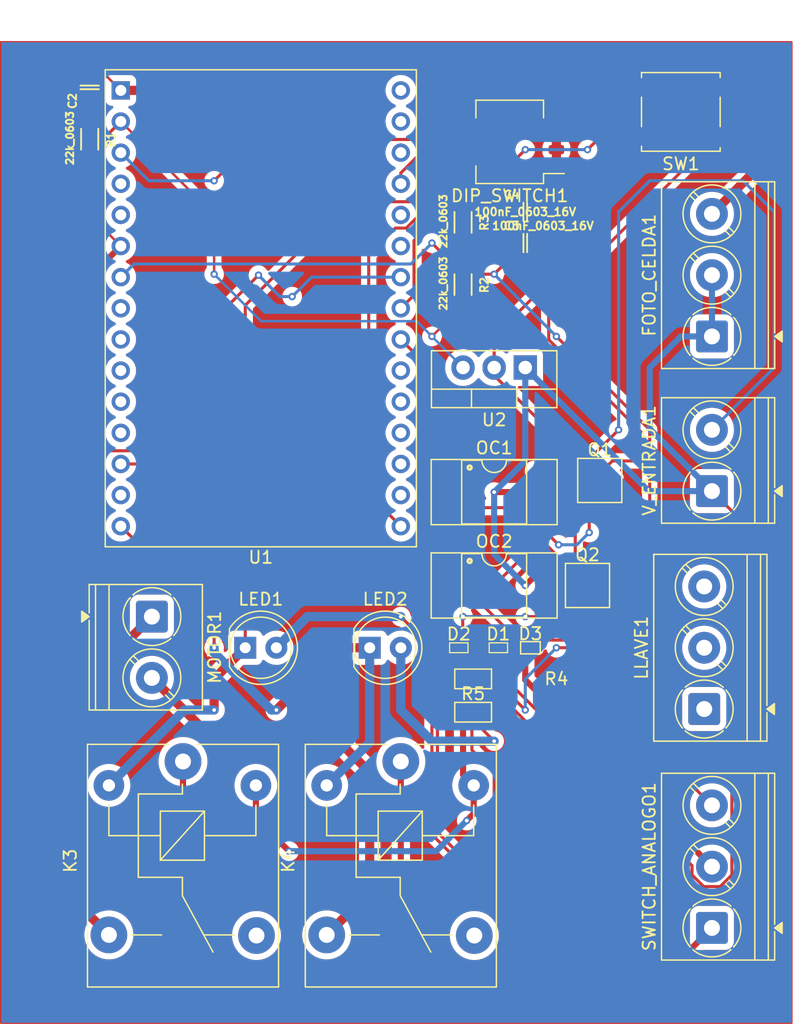
<source format=kicad_pcb>
(kicad_pcb (version 20241229) (generator "pcbnew") (generator_version "9.0")
  (layers (0 "F.Cu" signal) (2 "B.Cu" signal) (13 "F.Paste" user) (15 "B.Paste" user) (5 "F.SilkS" user "F.Silkscreen") (7 "B.SilkS" user "B.Silkscreen") (1 "F.Mask" user) (3 "B.Mask" user) (25 "Edge.Cuts" user))
  (net 0 "")
  (net 1 "GND")
  (net 2 "/BOARD/LSC")
  (net 3 "/BOARD/LSA")
  (net 4 "/BOARD/MICRO/RESET")
  (net 5 "/BOARD/12V")
  (net 6 "Net-(D1-A)")
  (net 7 "Net-(D2-A)")
  (net 8 "/BOARD/SW3")
  (net 9 "/BOARD/SW1")
  (net 10 "/BOARD/SW2")
  (net 11 "/BOARD/SW4")
  (net 12 "LINE")
  (net 14 "/BOARD/MOTOR_DERECHA")
  (net 15 "/BOARD/MOTOR_IZQUIERDA")
  (net 17 "Net-(LED1-A)")
  (net 18 "Net-(LED2-A)")
  (net 22 "/BOARD/MICRO/MOTOR_DERECHA")
  (net 23 "Net-(Q1-B)")
  (net 24 "/BOARD/MICRO/MOTOR_IZQUIERDA")
  (net 25 "Net-(Q2-B)")
  (net 26 "/BOARD/LS/5V")
  (net 27 "VDD")
  (footprint "TerminalBlock_Phoenix:TerminalBlock_Phoenix_PT-1,5-3-5.0-H_1x03_P5.00mm_Horizontal" (layer "F.Cu") (at 160.02 63.5 90)
    (property "Reference" "FOTO_CELDA1" (at 5 -5.12 90) (layer "F.SilkS"))
    (property "Value" "Screw_Terminal_01x03")
    (pad "1" thru_hole roundrect (at 0 0 90) (size 2.6 2.6) (drill 1.3) (layers "*.Cu" "*.Mask") (roundrect_rratio 0.096154) (net 5 "/BOARD/12V"))
    (pad "2" thru_hole circle (at 5 0 90) (size 2.6 2.6) (drill 1.3) (layers "*.Cu" "*.Mask") (net 5 "/BOARD/12V"))
    (pad "3" thru_hole circle (at 10 0 90) (size 2.6 2.6) (drill 1.3) (layers "*.Cu" "*.Mask") (net 1 "GND"))
  )
  (footprint "Relay_THT:Relay_SPDT_SANYOU_SRD_Series_Form_C" (layer "F.Cu") (at 116.84 98.18 -90)
    (property "Reference" "K3" (at 8.1 9.2 90) (layer "F.SilkS"))
    (property "Value" "SANYOU_SRD_Form_C")
    (pad "1" thru_hole circle (at 0 0) (size 3 3) (drill 1.3) (layers "*.Cu" "*.Mask") (net 12 "LINE"))
    (pad "2" thru_hole circle (at 1.95 6.05) (size 2.5 2.5) (drill 1) (layers "*.Cu" "*.Mask") (net 6 "Net-(D1-A)"))
    (pad "3" thru_hole circle (at 14.15 6.05) (size 3 3) (drill 1.3) (layers "*.Cu" "*.Mask") (net 14 "/BOARD/MOTOR_DERECHA"))
    (pad "4" thru_hole circle (at 14.2 -6) (size 3 3) (drill 1.3) (layers "*.Cu" "*.Mask"))
    (pad "5" thru_hole circle (at 1.95 -5.95) (size 2.5 2.5) (drill 1) (layers "*.Cu" "*.Mask") (net 5 "/BOARD/12V"))
  )
  (footprint "LED_THT:LED_D5.0mm" (layer "F.Cu") (at 132.08 88.9)
    (property "Reference" "LED2" (at 1.27 -3.96 0) (layer "F.SilkS"))
    (property "Value" "LED_0603_Red")
    (pad "1" thru_hole rect (at 0 0) (size 1.8 1.8) (drill 0.9) (layers "*.Cu" "*.Mask") (net 7 "Net-(D2-A)"))
    (pad "2" thru_hole circle (at 2.54 0) (size 1.8 1.8) (drill 0.9) (layers "*.Cu" "*.Mask") (net 18 "Net-(LED2-A)"))
  )
  (footprint "Button_Switch_SMD:SW_DIP_SPSTx04_Slide_KingTek_DSHP04TS_W7.62mm_P1.27mm" (layer "F.Cu") (at 143.51 47.625 180)
    (property "Reference" "DIP_SWITCH1" (at 0 -4.4 0) (layer "F.SilkS"))
    (property "Value" "SW_DIP_x04")
    (pad "1" smd roundrect (at -3.81 -1.905 180) (size 1.27 0.76) (layers "F.Cu" "F.Mask" "F.Paste") (net 1 "GND"))
    (pad "2" smd roundrect (at -3.81 -0.635 180) (size 1.27 0.76) (layers "F.Cu" "F.Mask" "F.Paste") (net 1 "GND"))
    (pad "3" smd roundrect (at -3.81 0.635 180) (size 1.27 0.76) (layers "F.Cu" "F.Mask" "F.Paste") (net 1 "GND"))
    (pad "4" smd roundrect (at -3.81 1.905 180) (size 1.27 0.76) (layers "F.Cu" "F.Mask" "F.Paste") (net 1 "GND"))
    (pad "5" smd roundrect (at 3.81 1.905 180) (size 1.27 0.76) (layers "F.Cu" "F.Mask" "F.Paste") (net 11 "/BOARD/SW4"))
    (pad "6" smd roundrect (at 3.81 0.635 180) (size 1.27 0.76) (layers "F.Cu" "F.Mask" "F.Paste") (net 8 "/BOARD/SW3"))
    (pad "7" smd roundrect (at 3.81 -0.635 180) (size 1.27 0.76) (layers "F.Cu" "F.Mask" "F.Paste") (net 10 "/BOARD/SW2"))
    (pad "8" smd roundrect (at 3.81 -1.905 180) (size 1.27 0.76) (layers "F.Cu" "F.Mask" "F.Paste") (net 9 "/BOARD/SW1"))
  )
  (footprint "LED_THT:LED_D5.0mm" (layer "F.Cu") (at 121.92 88.9)
    (property "Reference" "LED1" (at 1.27 -3.96 0) (layer "F.SilkS"))
    (property "Value" "LED_0603_Red")
    (pad "1" thru_hole rect (at 0 0) (size 1.8 1.8) (drill 0.9) (layers "*.Cu" "*.Mask") (net 6 "Net-(D1-A)"))
    (pad "2" thru_hole circle (at 2.54 0) (size 1.8 1.8) (drill 0.9) (layers "*.Cu" "*.Mask") (net 17 "Net-(LED1-A)"))
  )
  (footprint "TerminalBlock_Phoenix:TerminalBlock_Phoenix_PT-1,5-3-5.0-H_1x03_P5.00mm_Horizontal" (layer "F.Cu") (at 160.02 111.76 90)
    (property "Reference" "SWITCH_ANALOGO1" (at 5 -5.12 90) (layer "F.SilkS"))
    (property "Value" "Screw_Terminal_01x03")
    (pad "1" thru_hole roundrect (at 0 0 90) (size 2.6 2.6) (drill 1.3) (layers "*.Cu" "*.Mask") (roundrect_rratio 0.096154) (net 2 "/BOARD/LSC"))
    (pad "2" thru_hole circle (at 5 0 90) (size 2.6 2.6) (drill 1.3) (layers "*.Cu" "*.Mask") (net 1 "GND"))
    (pad "3" thru_hole circle (at 10 0 90) (size 2.6 2.6) (drill 1.3) (layers "*.Cu" "*.Mask") (net 3 "/BOARD/LSA"))
  )
  (footprint "PCM_Diode_SMD_AKL:D_0201_0603Metric_TVS" (layer "F.Cu") (at 139.355 88.9)
    (property "Reference" "D2" (at 0 -1.1176 0) (layer "F.SilkS"))
    (property "Value" "1N914BWS" (hide yes))
    (pad "1" smd roundrect (at -0.32 0) (size 0.46 0.4) (layers "F.Cu" "F.Mask") (net 5 "/BOARD/12V"))
    (pad "2" smd roundrect (at 0.32 0) (size 0.46 0.4) (layers "F.Cu" "F.Mask") (net 7 "Net-(D2-A)"))
  )
  (footprint "PCM_Diode_SMD_AKL:D_SOD-923_TVS" (layer "F.Cu") (at 145.2 88.9)
    (property "Reference" "D3" (at 0 -1.143 0) (layer "F.SilkS"))
    (property "Value" "ESD9B3.3" (hide yes))
    (pad "1" smd roundrect (at -0.42 0 180) (size 0.36 0.25) (layers "F.Cu" "F.Mask" "F.Paste") (net 1 "GND"))
    (pad "2" smd roundrect (at 0.42 0 180) (size 0.36 0.25) (layers "F.Cu" "F.Mask" "F.Paste") (net 4 "/BOARD/MICRO/RESET"))
  )
  (footprint "TerminalBlock_Phoenix:TerminalBlock_Phoenix_PT-1,5-3-5.0-H_1x03_P5.00mm_Horizontal" (layer "F.Cu") (at 159.3875 93.9 90)
    (property "Reference" "LLAVE1" (at 5 -5.12 90) (layer "F.SilkS"))
    (property "Value" "Screw_Terminal_01x03")
    (pad "1" thru_hole roundrect (at 0 0 90) (size 2.6 2.6) (drill 1.3) (layers "*.Cu" "*.Mask") (roundrect_rratio 0.096154))
    (pad "2" thru_hole circle (at 5 0 90) (size 2.6 2.6) (drill 1.3) (layers "*.Cu" "*.Mask"))
    (pad "3" thru_hole circle (at 10 0 90) (size 2.6 2.6) (drill 1.3) (layers "*.Cu" "*.Mask"))
  )
  (footprint "PCM_Resistor_SMD_AKL:R_0603_1608Metric" (layer "F.Cu") (at 140.525 94.16)
    (property "Reference" "R5" (at 0 -1.5 0) (layer "F.SilkS"))
    (property "Value" "2k" (hide yes))
    (pad "1" smd roundrect (at -0.825 0) (size 0.8 0.95) (layers "F.Cu" "F.Mask" "F.Paste") (net 5 "/BOARD/12V"))
    (pad "2" smd roundrect (at 0.825 0) (size 0.8 0.95) (layers "F.Cu" "F.Mask" "F.Paste") (net 18 "Net-(LED2-A)"))
  )
  (footprint "PCM_Package_TO_SOT_THT_AKL:TO-220-3_Vertical" (layer "F.Cu") (at 144.78 66.04 180)
    (property "Reference" "U2" (at 2.54 -4.27 0) (layer "F.SilkS"))
    (property "Value" "LM7805CT" (hide yes))
    (pad "1" thru_hole rect (at 0 0 180) (size 1.905 2) (drill 1.1) (layers "*.Cu" "*.Mask") (net 5 "/BOARD/12V"))
    (pad "2" thru_hole oval (at 2.54 0 180) (size 1.905 2) (drill 1.1) (layers "*.Cu" "*.Mask") (net 1 "GND"))
    (pad "3" thru_hole oval (at 5.08 0 180) (size 1.905 2) (drill 1.1) (layers "*.Cu" "*.Mask") (net 26 "/BOARD/LS/5V"))
  )
  (footprint "Relay_THT:Relay_SPDT_SANYOU_SRD_Series_Form_C" (layer "F.Cu") (at 134.62 98.18 -90)
    (property "Reference" "K4" (at 8.1 9.2 90) (layer "F.SilkS"))
    (property "Value" "SANYOU_SRD_Form_C")
    (pad "1" thru_hole circle (at 0 0) (size 3 3) (drill 1.3) (layers "*.Cu" "*.Mask") (net 12 "LINE"))
    (pad "2" thru_hole circle (at 1.95 6.05) (size 2.5 2.5) (drill 1) (layers "*.Cu" "*.Mask") (net 7 "Net-(D2-A)"))
    (pad "3" thru_hole circle (at 14.15 6.05) (size 3 3) (drill 1.3) (layers "*.Cu" "*.Mask") (net 15 "/BOARD/MOTOR_IZQUIERDA"))
    (pad "4" thru_hole circle (at 14.2 -6) (size 3 3) (drill 1.3) (layers "*.Cu" "*.Mask"))
    (pad "5" thru_hole circle (at 1.95 -5.95) (size 2.5 2.5) (drill 1) (layers "*.Cu" "*.Mask") (net 5 "/BOARD/12V"))
  )
  (footprint "PCM_4ms_Capacitor:C_0603" (layer "F.Cu") (at 144.78 53.34)
    (property "Reference" "C4" (at -1.11 -1.4 0) (layer "F.SilkS") (effects (font (size 0.65 0.65))))
    (property "Value" "100nF_0603_16V" (at 0 0 0) (layer "F.SilkS") (effects (font (size 0.65 0.65))))
    (pad "1" smd rect (at -0.85 0) (size 1 1) (layers "F.Cu" "F.Mask" "F.Paste") (net 4 "/BOARD/MICRO/RESET"))
    (pad "2" smd rect (at 0.85 0) (size 1 1) (layers "F.Cu" "F.Mask" "F.Paste") (net 1 "GND"))
  )
  (footprint "PCM_Package_DIP_AKL:DIP-4_W7.62mm_SMDSocket_SmallPads" (layer "F.Cu") (at 142.24 83.82)
    (property "Reference" "OC2" (at 0 -3.6 0) (layer "F.SilkS"))
    (property "Value" "PC817" (hide yes))
    (pad "1" smd roundrect (at -3.81 -1.27) (size 1.6 1.6) (layers "F.Cu" "F.Mask" "F.Paste") (roundrect_rratio 0.15625) (net 24 "/BOARD/MICRO/MOTOR_IZQUIERDA"))
    (pad "2" smd roundrect (at -3.81 1.27) (size 1.6 1.6) (layers "F.Cu" "F.Mask" "F.Paste") (roundrect_rratio 0.15625) (net 1 "GND"))
    (pad "3" smd roundrect (at 3.81 1.27) (size 1.6 1.6) (layers "F.Cu" "F.Mask" "F.Paste") (roundrect_rratio 0.15625) (net 25 "Net-(Q2-B)"))
    (pad "4" smd roundrect (at 3.81 -1.27) (size 1.6 1.6) (layers "F.Cu" "F.Mask" "F.Paste") (roundrect_rratio 0.15625) (net 5 "/BOARD/12V"))
  )
  (footprint "PCM_Resistor_SMD_AKL:R_0603_1608Metric" (layer "F.Cu") (at 140.525 91.44)
    (property "Reference" "R4" (at 6.795 0 0) (layer "F.SilkS"))
    (property "Value" "2k" (hide yes))
    (pad "1" smd roundrect (at -0.825 0) (size 0.8 0.95) (layers "F.Cu" "F.Mask" "F.Paste") (net 5 "/BOARD/12V"))
    (pad "2" smd roundrect (at 0.825 0) (size 0.8 0.95) (layers "F.Cu" "F.Mask" "F.Paste") (net 17 "Net-(LED1-A)"))
  )
  (footprint "PCM_Package_TO_SOT_SMD_AKL:SOT-23" (layer "F.Cu") (at 150.86 75.25)
    (property "Reference" "Q1" (at 0 -2.5 0) (layer "F.SilkS"))
    (property "Value" "2N2219" (hide yes))
    (pad "1" smd roundrect (at -1 -0.95) (size 0.9 0.8) (layers "F.Cu" "F.Mask" "F.Paste") (net 1 "GND"))
    (pad "2" smd roundrect (at -1 0.95) (size 0.9 0.8) (layers "F.Cu" "F.Mask" "F.Paste") (net 23 "Net-(Q1-B)"))
    (pad "3" smd roundrect (at 1 0) (size 0.9 0.8) (layers "F.Cu" "F.Mask" "F.Paste") (net 6 "Net-(D1-A)"))
  )
  (footprint "TerminalBlock_Phoenix:TerminalBlock_Phoenix_PT-1,5-2-5.0-H_1x02_P5.00mm_Horizontal" (layer "F.Cu") (at 114.3 86.36 -90)
    (property "Reference" "MOTOR1" (at 2.5 -5.12 90) (layer "F.SilkS"))
    (property "Value" "-")
    (pad "1" thru_hole roundrect (at 0 0 270) (size 2.6 2.6) (drill 1.3) (layers "*.Cu" "*.Mask") (roundrect_rratio 0.096154) (net 14 "/BOARD/MOTOR_DERECHA"))
    (pad "2" thru_hole circle (at 5 0 270) (size 2.6 2.6) (drill 1.3) (layers "*.Cu" "*.Mask") (net 15 "/BOARD/MOTOR_IZQUIERDA"))
  )
  (footprint "PCM_Package_DIP_AKL:DIP-4_W7.62mm_SMDSocket_SmallPads" (layer "F.Cu") (at 142.24 76.2)
    (property "Reference" "OC1" (at 0 -3.6 0) (layer "F.SilkS"))
    (property "Value" "PC817" (hide yes))
    (pad "1" smd roundrect (at -3.81 -1.27) (size 1.6 1.6) (layers "F.Cu" "F.Mask" "F.Paste") (roundrect_rratio 0.15625) (net 22 "/BOARD/MICRO/MOTOR_DERECHA"))
    (pad "2" smd roundrect (at -3.81 1.27) (size 1.6 1.6) (layers "F.Cu" "F.Mask" "F.Paste") (roundrect_rratio 0.15625) (net 1 "GND"))
    (pad "3" smd roundrect (at 3.81 1.27) (size 1.6 1.6) (layers "F.Cu" "F.Mask" "F.Paste") (roundrect_rratio 0.15625) (net 23 "Net-(Q1-B)"))
    (pad "4" smd roundrect (at 3.81 -1.27) (size 1.6 1.6) (layers "F.Cu" "F.Mask" "F.Paste") (roundrect_rratio 0.15625) (net 5 "/BOARD/12V"))
  )
  (footprint "PCM_4ms_Resistor:R_0603" (layer "F.Cu") (at 139.7 54.19 90)
    (property "Reference" "R3" (at -0.04 1.74 90) (layer "F.SilkS") (effects (font (size 0.65 0.65))))
    (property "Value" "22k_0603" (at 0.09 -1.61 90) (layer "F.SilkS") (effects (font (size 0.6 0.6))))
    (pad "1" smd rect (at -0.85 0 90) (size 1 1) (layers "F.Cu" "F.Mask" "F.Paste") (net 27 "VDD"))
    (pad "2" smd rect (at 0.85 0 90) (size 1 1) (layers "F.Cu" "F.Mask" "F.Paste") (net 4 "/BOARD/MICRO/RESET"))
  )
  (footprint "PCM_Diode_SMD_AKL:D_0201_0603Metric_TVS" (layer "F.Cu") (at 142.585 88.9)
    (property "Reference" "D1" (at 0 -1.1176 0) (layer "F.SilkS"))
    (property "Value" "1N914BWS" (hide yes))
    (pad "1" smd roundrect (at -0.32 0) (size 0.46 0.4) (layers "F.Cu" "F.Mask") (net 5 "/BOARD/12V"))
    (pad "2" smd roundrect (at 0.32 0) (size 0.46 0.4) (layers "F.Cu" "F.Mask") (net 6 "Net-(D1-A)"))
  )
  (footprint "PCM_4ms_Capacitor:C_0603" (layer "F.Cu") (at 109.22 43.18 90)
    (property "Reference" "C2" (at -1.11 -1.4 90) (layer "F.SilkS") (effects (font (size 0.65 0.65))))
    (property "Value" "100nF_0603_16V" (hide yes))
    (pad "1" smd rect (at -0.85 0 90) (size 1 1) (layers "F.Cu" "F.Mask" "F.Paste") (net 2 "/BOARD/LSC"))
    (pad "2" smd rect (at 0.85 0 90) (size 1 1) (layers "F.Cu" "F.Mask" "F.Paste") (net 1 "GND"))
  )
  (footprint "PCM_4ms_Resistor:R_0603" (layer "F.Cu") (at 139.7 59.27 90)
    (property "Reference" "R2" (at -0.04 1.74 90) (layer "F.SilkS") (effects (font (size 0.65 0.65))))
    (property "Value" "22k_0603" (at 0.09 -1.61 90) (layer "F.SilkS") (effects (font (size 0.6 0.6))))
    (pad "1" smd rect (at -0.85 0 90) (size 1 1) (layers "F.Cu" "F.Mask" "F.Paste") (net 26 "/BOARD/LS/5V"))
    (pad "2" smd rect (at 0.85 0 90) (size 1 1) (layers "F.Cu" "F.Mask" "F.Paste") (net 3 "/BOARD/LSA"))
  )
  (footprint "RF_Module:ESP32-C3-DevKitM-1" (layer "F.Cu") (at 111.76 43.425)
    (property "Reference" "U1" (at 11.43 38.1 0) (layer "F.SilkS"))
    (property "Value" "ESP32-WROOM-32D")
    (pad "1" thru_hole rect (at 0 0) (size 1.5 1.5) (drill 0.9) (layers "*.Cu" "*.Mask") (net 1 "GND"))
    (pad "2" thru_hole circle (at 0 2.54) (size 1.5 1.5) (drill 0.9) (layers "*.Cu" "*.Mask") (net 26 "/BOARD/LS/5V"))
    (pad "3" thru_hole circle (at 0 5.08) (size 1.5 1.5) (drill 0.9) (layers "*.Cu" "*.Mask") (net 4 "/BOARD/MICRO/RESET"))
    (pad "4" thru_hole circle (at 0 7.62) (size 1.5 1.5) (drill 0.9) (layers "*.Cu" "*.Mask"))
    (pad "5" thru_hole circle (at 0 10.16) (size 1.5 1.5) (drill 0.9) (layers "*.Cu" "*.Mask"))
    (pad "6" thru_hole circle (at 0 12.7) (size 1.5 1.5) (drill 0.9) (layers "*.Cu" "*.Mask") (net 2 "/BOARD/LSC"))
    (pad "7" thru_hole circle (at 0 15.24) (size 1.5 1.5) (drill 0.9) (layers "*.Cu" "*.Mask") (net 3 "/BOARD/LSA"))
    (pad "8" thru_hole circle (at 0 17.78) (size 1.5 1.5) (drill 0.9) (layers "*.Cu" "*.Mask"))
    (pad "9" thru_hole circle (at 0 20.32) (size 1.5 1.5) (drill 0.9) (layers "*.Cu" "*.Mask"))
    (pad "10" thru_hole circle (at 0 22.86) (size 1.5 1.5) (drill 0.9) (layers "*.Cu" "*.Mask"))
    (pad "11" thru_hole circle (at 0 25.4) (size 1.5 1.5) (drill 0.9) (layers "*.Cu" "*.Mask"))
    (pad "12" thru_hole circle (at 0 27.94) (size 1.5 1.5) (drill 0.9) (layers "*.Cu" "*.Mask"))
    (pad "13" thru_hole circle (at 0 30.48) (size 1.5 1.5) (drill 0.9) (layers "*.Cu" "*.Mask") (net 10 "/BOARD/SW2"))
    (pad "14" thru_hole circle (at 0 33.02) (size 1.5 1.5) (drill 0.9) (layers "*.Cu" "*.Mask"))
    (pad "15" thru_hole circle (at 0 35.56) (size 1.5 1.5) (drill 0.9) (layers "*.Cu" "*.Mask") (net 1 "GND"))
    (pad "16" thru_hole circle (at 22.86 35.56) (size 1.5 1.5) (drill 0.9) (layers "*.Cu" "*.Mask") (net 9 "/BOARD/SW1"))
    (pad "17" thru_hole circle (at 22.86 33.02) (size 1.5 1.5) (drill 0.9) (layers "*.Cu" "*.Mask"))
    (pad "18" thru_hole circle (at 22.86 30.48) (size 1.5 1.5) (drill 0.9) (layers "*.Cu" "*.Mask"))
    (pad "19" thru_hole circle (at 22.86 27.94) (size 1.5 1.5) (drill 0.9) (layers "*.Cu" "*.Mask"))
    (pad "20" thru_hole circle (at 22.86 25.4) (size 1.5 1.5) (drill 0.9) (layers "*.Cu" "*.Mask"))
    (pad "21" thru_hole circle (at 22.86 22.86) (size 1.5 1.5) (drill 0.9) (layers "*.Cu" "*.Mask"))
    (pad "22" thru_hole circle (at 22.86 20.32) (size 1.5 1.5) (drill 0.9) (layers "*.Cu" "*.Mask") (net 22 "/BOARD/MICRO/MOTOR_DERECHA"))
    (pad "23" thru_hole circle (at 22.86 17.78) (size 1.5 1.5) (drill 0.9) (layers "*.Cu" "*.Mask") (net 8 "/BOARD/SW3"))
    (pad "24" thru_hole circle (at 22.86 15.24) (size 1.5 1.5) (drill 0.9) (layers "*.Cu" "*.Mask") (net 24 "/BOARD/MICRO/MOTOR_IZQUIERDA"))
    (pad "25" thru_hole circle (at 22.86 12.7) (size 1.5 1.5) (drill 0.9) (layers "*.Cu" "*.Mask"))
    (pad "26" thru_hole circle (at 22.86 10.16) (size 1.5 1.5) (drill 0.9) (layers "*.Cu" "*.Mask"))
    (pad "27" thru_hole circle (at 22.86 7.62) (size 1.5 1.5) (drill 0.9) (layers "*.Cu" "*.Mask") (net 11 "/BOARD/SW4"))
    (pad "28" thru_hole circle (at 22.86 5.08) (size 1.5 1.5) (drill 0.9) (layers "*.Cu" "*.Mask"))
    (pad "29" thru_hole circle (at 22.86 2.54) (size 1.5 1.5) (drill 0.9) (layers "*.Cu" "*.Mask"))
    (pad "30" thru_hole circle (at 22.86 0) (size 1.5 1.5) (drill 0.9) (layers "*.Cu" "*.Mask"))
  )
  (footprint "PCM_4ms_Resistor:R_0603" (layer "F.Cu") (at 109.22 47.41 90)
    (property "Reference" "R1" (at -0.04 1.74 90) (layer "F.SilkS") (effects (font (size 0.65 0.65))))
    (property "Value" "22k_0603" (at 0.09 -1.61 90) (layer "F.SilkS") (effects (font (size 0.6 0.6))))
    (pad "1" smd rect (at -0.85 0 90) (size 1 1) (layers "F.Cu" "F.Mask" "F.Paste") (net 26 "/BOARD/LS/5V"))
    (pad "2" smd rect (at 0.85 0 90) (size 1 1) (layers "F.Cu" "F.Mask" "F.Paste") (net 2 "/BOARD/LSC"))
  )
  (footprint "Button_Switch_SMD:SW_Push_1P1T_NO_CK_KSC7xxJ" (layer "F.Cu") (at 157.48 45.18)
    (property "Reference" "SW1" (at 0 4.24 0) (layer "F.SilkS"))
    (property "Value" "SW_Push")
    (pad "1" smd rect (at -2.9 -2) (size 2.8 1) (layers "F.Cu" "F.Mask" "F.Paste") (net 1 "GND"))
    (pad "1" smd rect (at 2.9 -2) (size 2.8 1) (layers "F.Cu" "F.Mask" "F.Paste") (net 1 "GND"))
    (pad "2" smd rect (at -2.9 2) (size 2.8 1) (layers "F.Cu" "F.Mask" "F.Paste") (net 4 "/BOARD/MICRO/RESET"))
    (pad "2" smd rect (at 2.9 2) (size 2.8 1) (layers "F.Cu" "F.Mask" "F.Paste") (net 4 "/BOARD/MICRO/RESET"))
  )
  (footprint "TerminalBlock_Phoenix:TerminalBlock_Phoenix_PT-1,5-2-5.0-H_1x02_P5.00mm_Horizontal" (layer "F.Cu") (at 160.02 76.12 90)
    (property "Reference" "V_ENTRADA1" (at 2.5 -5.12 90) (layer "F.SilkS"))
    (property "Value" "12V")
    (pad "1" thru_hole roundrect (at 0 0 90) (size 2.6 2.6) (drill 1.3) (layers "*.Cu" "*.Mask") (roundrect_rratio 0.096154) (net 5 "/BOARD/12V"))
    (pad "2" thru_hole circle (at 5 0 90) (size 2.6 2.6) (drill 1.3) (layers "*.Cu" "*.Mask") (net 1 "GND"))
  )
  (footprint "PCM_Package_TO_SOT_SMD_AKL:SOT-23" (layer "F.Cu") (at 149.86 83.82)
    (property "Reference" "Q2" (at 0 -2.5 0) (layer "F.SilkS"))
    (property "Value" "2N2219" (hide yes))
    (pad "1" smd roundrect (at -1 -0.95) (size 0.9 0.8) (layers "F.Cu" "F.Mask" "F.Paste") (net 1 "GND"))
    (pad "2" smd roundrect (at -1 0.95) (size 0.9 0.8) (layers "F.Cu" "F.Mask" "F.Paste") (net 25 "Net-(Q2-B)"))
    (pad "3" smd roundrect (at 1 0) (size 0.9 0.8) (layers "F.Cu" "F.Mask" "F.Paste") (net 7 "Net-(D2-A)"))
  )
  (footprint "PCM_4ms_Capacitor:C_0603" (layer "F.Cu") (at 144.78 55.88)
    (property "Reference" "C3" (at -1.11 -1.4 0) (layer "F.SilkS") (effects (font (size 0.65 0.65))))
    (property "Value" "100nF_0603_16V" (at 1.44 -1.4 0) (layer "F.SilkS") (effects (font (size 0.65 0.65))))
    (pad "1" smd rect (at -0.85 0) (size 1 1) (layers "F.Cu" "F.Mask" "F.Paste") (net 3 "/BOARD/LSA"))
    (pad "2" smd rect (at 0.85 0) (size 1 1) (layers "F.Cu" "F.Mask" "F.Paste") (net 1 "GND"))
  )
  (gr_rect (start 102 39.5) (end 166.5 119.5) (stroke (width 0.2)) (fill no) (layer "F.Cu"))
  (segment (start 147.32 48.26) (end 147.32 49.53) (width 0.75) (layer "F.Cu") (net 1))
  (segment (start 142.24 66.04) (end 142.24 66.68) (width 0.25) (layer "F.Cu") (net 1))
  (segment (start 149.86 73.66) (end 149.86 74.3) (width 0.25) (layer "F.Cu") (net 1))
  (segment (start 147.32 46.99) (end 147.32 48.26) (width 0.75) (layer "F.Cu") (net 1))
  (segment (start 140.97 85.09) (end 142.24 86.36) (width 0.25) (layer "F.Cu") (net 1))
  (segment (start 144.78 91.52) (end 144.78 88.9) (width 0.5) (layer "F.Cu") (net 1))
  (segment (start 109.22 42.33) (end 110.665 42.33) (width 0.2) (layer "F.Cu") (net 1))
  (segment (start 160.02 106.76) (end 144.78 91.52) (width 0.5) (layer "F.Cu") (net 1))
  (segment (start 162.56 43.18) (end 165.1 45.72) (width 0.75) (layer "F.Cu") (net 1))
  (segment (start 146.025 80.035) (end 143.46 77.47) (width 0.25) (layer "F.Cu") (net 1))
  (segment (start 152.04 45.72) (end 154.58 43.18) (width 0.75) (layer "F.Cu") (net 1))
  (segment (start 140.97 85.09) (end 146.025 80.035) (width 0.25) (layer "F.Cu") (net 1))
  (segment (start 148.86 82.87) (end 146.025 80.035) (width 0.25) (layer "F.Cu") (net 1))
  (segment (start 147.32 45.72) (end 147.32 46.99) (width 0.75) (layer "F.Cu") (net 1))
  (segment (start 148.86 75.3) (end 148.86 82.87) (width 0.25) (layer "F.Cu") (net 1))
  (segment (start 142.916 41.316) (end 116.84 41.316) (width 0.75) (layer "F.Cu") (net 1))
  (segment (start 165.1 45.72) (end 165.1 48.42) (width 0.75) (layer "F.Cu") (net 1))
  (segment (start 142.24 86.36) (end 144.78 88.9) (width 0.25) (layer "F.Cu") (net 1))
  (segment (start 145.63 55.88) (end 145.63 60.11) (width 0.25) (layer "F.Cu") (net 1))
  (segment (start 143.46 77.47) (end 138.43 77.47) (width 0.25) (layer "F.Cu") (net 1))
  (segment (start 134.62 81.28) (end 114.055 81.28) (width 0.25) (layer "F.Cu") (net 1))
  (segment (start 145.63 53.34) (end 145.63 51.22) (width 0.25) (layer "F.Cu") (net 1))
  (segment (start 116.84 41.316) (end 114.731 43.425) (width 0.75) (layer "F.Cu") (net 1))
  (segment (start 138.43 85.09) (end 140.97 85.09) (width 0.25) (layer "F.Cu") (net 1))
  (segment (start 138.43 77.47) (end 134.62 81.28) (width 0.25) (layer "F.Cu") (net 1))
  (segment (start 160.38 43.18) (end 162.56 43.18) (width 0.75) (layer "F.Cu") (net 1))
  (segment (start 147.32 45.72) (end 142.916 41.316) (width 0.75) (layer "F.Cu") (net 1))
  (segment (start 110.665 42.33) (end 111.76 43.425) (width 0.2) (layer "F.Cu") (net 1))
  (segment (start 149.86 74.3) (end 148.86 75.3) (width 0.25) (layer "F.Cu") (net 1))
  (segment (start 114.731 43.425) (end 111.76 43.425) (width 0.75) (layer "F.Cu") (net 1))
  (segment (start 145.63 51.22) (end 147.32 49.53) (width 0.25) (layer "F.Cu") (net 1))
  (segment (start 142.24 66.68) (end 149.86 74.3) (width 0.25) (layer "F.Cu") (net 1))
  (segment (start 152.4 71.12) (end 149.86 73.66) (width 0.25) (layer "F.Cu") (net 1))
  (segment (start 114.055 81.28) (end 111.76 78.985) (width 0.25) (layer "F.Cu") (net 1))
  (segment (start 147.32 45.72) (end 152.04 45.72) (width 0.75) (layer "F.Cu") (net 1))
  (segment (start 145.63 55.88) (end 145.63 53.34) (width 0.25) (layer "F.Cu") (net 1))
  (segment (start 145.63 60.11) (end 142.24 63.5) (width 0.25) (layer "F.Cu") (net 1))
  (segment (start 142.24 63.5) (end 142.24 66.04) (width 0.25) (layer "F.Cu") (net 1))
  (segment (start 165.1 48.42) (end 160.02 53.5) (width 0.75) (layer "F.Cu") (net 1))
  (via (at 152.4 71.12) (size 0.6) (drill 0.3) (layers "F.Cu" "B.Cu") (net 1))
  (segment (start 160.02 71.12) (end 165.1 66.04) (width 0.25) (layer "B.Cu") (net 1))
  (segment (start 152.4 53.34) (end 152.4 71.12) (width 0.25) (layer "B.Cu") (net 1))
  (segment (start 165.1 66.04) (end 165.1 53.34) (width 0.25) (layer "B.Cu") (net 1))
  (segment (start 154.94 50.8) (end 152.4 53.34) (width 0.25) (layer "B.Cu") (net 1))
  (segment (start 165.1 53.34) (end 162.56 50.8) (width 0.25) (layer "B.Cu") (net 1))
  (segment (start 162.56 50.8) (end 154.94 50.8) (width 0.25) (layer "B.Cu") (net 1))
  (segment (start 154.94 116.84) (end 109.22 116.84) (width 0.5) (layer "F.Cu") (net 2))
  (segment (start 106.68 114.3) (end 106.68 109.38814) (width 0.5) (layer "F.Cu") (net 2))
  (segment (start 111.76 56.125) (end 106.68 51.045) (width 0.2) (layer "F.Cu") (net 2))
  (segment (start 105.854 93.63786) (end 106.68 92.81186) (width 0.5) (layer "F.Cu") (net 2))
  (segment (start 106.68 61.205) (end 111.76 56.125) (width 0.5) (layer "F.Cu") (net 2))
  (segment (start 108.37 44.03) (end 109.22 44.03) (width 0.2) (layer "F.Cu") (net 2))
  (segment (start 106.68 45.72) (end 108.37 44.03) (width 0.2) (layer "F.Cu") (net 2))
  (segment (start 109.22 46.56) (end 109.22 44.03) (width 0.2) (layer "F.Cu") (net 2))
  (segment (start 106.68 109.38814) (end 105.854 108.56214) (width 0.5) (layer "F.Cu") (net 2))
  (segment (start 105.854 108.56214) (end 105.854 93.63786) (width 0.5) (layer "F.Cu") (net 2))
  (segment (start 109.22 116.84) (end 106.68 114.3) (width 0.5) (layer "F.Cu") (net 2))
  (segment (start 160.02 111.76) (end 154.94 116.84) (width 0.5) (layer "F.Cu") (net 2))
  (segment (start 106.68 51.045) (end 106.68 45.72) (width 0.2) (layer "F.Cu") (net 2))
  (segment (start 106.68 92.81186) (end 106.68 61.205) (width 0.5) (layer "F.Cu") (net 2))
  (segment (start 139.7 58.42) (end 137.16 55.88) (width 0.25) (layer "F.Cu") (net 3))
  (segment (start 154.94 71.12) (end 147.32 63.5) (width 0.25) (layer "F.Cu") (net 3))
  (segment (start 154.94 96.68) (end 154.94 73.66) (width 0.25) (layer "F.Cu") (net 3))
  (segment (start 160.02 101.76) (end 154.94 96.68) (width 0.25) (layer "F.Cu") (net 3))
  (segment (start 139.7 58.42) (end 142.24 58.42) (width 0.25) (layer "F.Cu") (net 3))
  (segment (start 143.93 56.73) (end 142.24 58.42) (width 0.25) (layer "F.Cu") (net 3))
  (segment (start 143.93 55.88) (end 143.93 56.73) (width 0.25) (layer "F.Cu") (net 3))
  (segment (start 154.94 73.66) (end 154.94 71.12) (width 0.25) (layer "F.Cu") (net 3))
  (via (at 137.16 55.88) (size 0.6) (drill 0.3) (layers "F.Cu" "B.Cu") (net 3))
  (via (at 147.32 63.5) (size 0.6) (drill 0.3) (layers "F.Cu" "B.Cu") (net 3))
  (via (at 142.24 58.42) (size 0.6) (drill 0.3) (layers "F.Cu" "B.Cu") (net 3))
  (segment (start 112.836 57.589) (end 135.451 57.589) (width 0.25) (layer "B.Cu") (net 3))
  (segment (start 142.24 58.42) (end 147.32 63.5) (width 0.25) (layer "B.Cu") (net 3))
  (segment (start 135.451 57.589) (end 137.16 55.88) (width 0.25) (layer "B.Cu") (net 3))
  (segment (start 111.76 58.665) (end 112.836 57.589) (width 0.25) (layer "B.Cu") (net 3))
  (segment (start 146.246 88.274) (end 149.84819 88.274) (width 0.25) (layer "F.Cu") (net 4))
  (segment (start 151.949 81.46681) (end 151.084 80.60181) (width 0.25) (layer "F.Cu") (net 4))
  (segment (start 140.363998 45.014) (end 140.661 45.311002) (width 0.25) (layer "F.Cu") (net 4))
  (segment (start 138.330002 45.72) (end 139.036002 45.014) (width 0.25) (layer "F.Cu") (net 4))
  (segment (start 149.84819 88.274) (end 151.949 86.17319) (width 0.25) (layer "F.Cu") (net 4))
  (segment (start 154.241512 71.30681) (end 146.694 63.759298) (width 0.25) (layer "F.Cu") (net 4))
  (segment (start 135.451 47.429) (end 137.16 45.72) (width 0.25) (layer "F.Cu") (net 4))
  (segment (start 140.661 46.128998) (end 141.112 46.579998) (width 0.25) (layer "F.Cu") (net 4))
  (segment (start 151.084 74.464322) (end 151.888322 73.66) (width 0.25) (layer "F.Cu") (net 4))
  (segment (start 143.93 49.11) (end 144.78 48.26) (width 0.25) (layer "F.Cu") (net 4))
  (segment (start 151.949 86.17319) (end 151.949 81.46681) (width 0.25) (layer "F.Cu") (net 4))
  (segment (start 139.7 53.34) (end 143.93 53.34) (width 0.25) (layer "F.Cu") (net 4))
  (segment (start 145.62 88.9) (end 146.246 88.274) (width 0.25) (layer "F.Cu") (net 4))
  (segment (start 154.58 47.18) (end 160.38 47.18) (width 0.25) (layer "F.Cu") (net 4))
  (segment (start 141.112 46.579998) (end 141.112 51.928) (width 0.25) (layer "F.Cu") (net 4))
  (segment (start 150.94 47.18) (end 149.86 48.26) (width 0.25) (layer "F.Cu") (net 4))
  (segment (start 154.241512 73.66) (end 154.241512 71.30681) (width 0.25) (layer "F.Cu") (net 4))
  (segment (start 122.751 47.429) (end 135.451 47.429) (width 0.25) (layer "F.Cu") (net 4))
  (segment (start 143.93 53.34) (end 143.93 49.11) (width 0.25) (layer "F.Cu") (net 4))
  (segment (start 119.38 50.8) (end 122.751 47.429) (width 0.25) (layer "F.Cu") (net 4))
  (segment (start 150.94 47.18) (end 154.58 47.18) (width 0.25) (layer "F.Cu") (net 4))
  (segment (start 137.16 45.72) (end 138.330002 45.72) (width 0.25) (layer "F.Cu") (net 4))
  (segment (start 146.694 60.866) (end 160.38 47.18) (width 0.25) (layer "F.Cu") (net 4))
  (segment (start 151.084 80.60181) (end 151.084 74.464322) (width 0.25) (layer "F.Cu") (net 4))
  (segment (start 151.888322 73.66) (end 154.241512 73.66) (width 0.25) (layer "F.Cu") (net 4))
  (segment (start 141.112 51.928) (end 139.7 53.34) (width 0.25) (layer "F.Cu") (net 4))
  (segment (start 140.661 45.311002) (end 140.661 46.128998) (width 0.25) (layer "F.Cu") (net 4))
  (segment (start 146.694 63.759298) (end 146.694 60.866) (width 0.25) (layer "F.Cu") (net 4))
  (segment (start 139.036002 45.014) (end 140.363998 45.014) (width 0.25) (layer "F.Cu") (net 4))
  (via (at 144.78 48.26) (size 0.6) (drill 0.3) (layers "F.Cu" "B.Cu") (net 4))
  (via (at 119.38 50.8) (size 0.6) (drill 0.3) (layers "F.Cu" "B.Cu") (net 4))
  (via (at 149.86 48.26) (size 0.6) (drill 0.3) (layers "F.Cu" "B.Cu") (net 4))
  (segment (start 149.86 48.26) (end 144.78 48.26) (width 0.25) (layer "B.Cu") (net 4))
  (segment (start 111.76 48.505) (end 114.055 50.8) (width 0.25) (layer "B.Cu") (net 4))
  (segment (start 114.055 50.8) (end 119.38 50.8) (width 0.25) (layer "B.Cu") (net 4))
  (segment (start 122.79 100.13) (end 122.79 102.79) (width 0.5) (layer "F.Cu") (net 5))
  (segment (start 143.461 88.21881) (end 143.461 91.746998) (width 0.25) (layer "F.Cu") (net 5))
  (segment (start 159.346488 108.386) (end 160.693512 108.386) (width 0.25) (layer "F.Cu") (net 5))
  (segment (start 142.24 76.2) (end 144.78 76.2) (width 0.5) (layer "F.Cu") (net 5))
  (segment (start 140.57 102.43) (end 140 103) (width 0.5) (layer "F.Cu") (net 5))
  (segment (start 142.265 88.700001) (end 143.016096 87.948905) (width 0.25) (layer "F.Cu") (net 5))
  (segment (start 144.78 83.82) (end 146.05 82.55) (width 0.5) (layer "F.Cu") (net 5))
  (segment (start 143.461 91.746998) (end 158.394 106.679998) (width 0.25) (layer "F.Cu") (net 5))
  (segment (start 160.693512 108.386) (end 161.646 107.433512) (width 0.25) (layer "F.Cu") (net 5))
  (segment (start 139.7 93.98) (end 139.7 94.16) (width 0.25) (layer "F.Cu") (net 5))
  (segment (start 139.7 99.26) (end 139.7 93.98) (width 0.5) (layer "F.Cu") (net 5))
  (segment (start 139.7 91.44) (end 139.7 93.98) (width 0.25) (layer "F.Cu") (net 5))
  (segment (start 144.78 76.2) (end 146.05 74.93) (width 0.5) (layer "F.Cu") (net 5))
  (segment (start 139.361001 89.426) (end 139.7 89.764999) (width 0.25) (layer "F.Cu") (net 5))
  (segment (start 143.191095 87.948905) (end 143.461 88.21881) (width 0.25) (layer "F.Cu") (net 5))
  (segment (start 142.265 88.9) (end 142.265 88.700001) (width 0.25) (layer "F.Cu") (net 5))
  (segment (start 141.739 89.426) (end 139.361001 89.426) (width 0.25) (layer "F.Cu") (net 5))
  (segment (start 161.646 107.433512) (end 161.646 77.746) (width 0.25) (layer "F.Cu") (net 5))
  (segment (start 122.79 102.79) (end 125.5 105.5) (width 0.5) (layer "F.Cu") (net 5))
  (segment (start 139.035 89.099999) (end 139.035 88.9) (width 0.25) (layer "F.Cu") (net 5))
  (segment (start 139.7 89.764999) (end 139.7 91.44) (width 0.25) (layer "F.Cu") (net 5))
  (segment (start 158.394 106.679998) (end 158.394 107.433512) (width 0.25) (layer "F.Cu") (net 5))
  (segment (start 139.361001 89.426) (end 139.035 89.099999) (width 0.25) (layer "F.Cu") (net 5))
  (segment (start 140.57 100.13) (end 140.57 102.43) (width 0.5) (layer "F.Cu") (net 5))
  (segment (start 161.646 77.746) (end 160.02 76.12) (width 0.25) (layer "F.Cu") (net 5))
  (segment (start 143.016096 87.948905) (end 143.191095 87.948905) (width 0.25) (layer "F.Cu") (net 5))
  (segment (start 142.265 88.9) (end 141.739 89.426) (width 0.25) (layer "F.Cu") (net 5))
  (segment (start 158.394 107.433512) (end 159.346488 108.386) (width 0.25) (layer "F.Cu") (net 5))
  (segment (start 140.57 100.13) (end 139.7 99.26) (width 0.5) (layer "F.Cu") (net 5))
  (via (at 142.24 76.2) (size 0.6) (drill 0.3) (layers "F.Cu" "B.Cu") (net 5))
  (via (at 144.78 83.82) (size 0.6) (drill 0.3) (layers "F.Cu" "B.Cu") (net 5))
  (via (at 125.5 105.5) (size 0.6) (drill 0.3) (layers "F.Cu" "B.Cu") (net 5))
  (via (at 140 103) (size 0.6) (drill 0.3) (layers "F.Cu" "B.Cu") (net 5))
  (segment (start 160.02 76.12) (end 154.86 76.12) (width 0.5) (layer "B.Cu") (net 5))
  (segment (start 160.02 58.5) (end 160.02 63.5) (width 0.5) (layer "B.Cu") (net 5))
  (segment (start 154.94 71.04) (end 158.79 74.89) (width 0.5) (layer "B.Cu") (net 5))
  (segment (start 142.24 76.2) (end 142.24 81.28) (width 0.5) (layer "B.Cu") (net 5))
  (segment (start 142.24 81.28) (end 144.78 83.82) (width 0.5) (layer "B.Cu") (net 5))
  (segment (start 125.5 105.5) (end 137.5 105.5) (width 0.5) (layer "B.Cu") (net 5))
  (segment (start 154.94 66.04) (end 154.94 71.04) (width 0.5) (layer "B.Cu") (net 5))
  (segment (start 160.02 63.5) (end 157.48 63.5) (width 0.5) (layer "B.Cu") (net 5))
  (segment (start 144.78 73.66) (end 142.24 76.2) (width 0.5) (layer "B.Cu") (net 5))
  (segment (start 154.86 76.12) (end 144.78 66.04) (width 0.5) (layer "B.Cu") (net 5))
  (segment (start 137.5 105.5) (end 140 103) (width 0.5) (layer "B.Cu") (net 5))
  (segment (start 157.48 63.5) (end 154.94 66.04) (width 0.5) (layer "B.Cu") (net 5))
  (segment (start 158.79 74.89) (end 160.02 76.12) (width 0.5) (layer "B.Cu") (net 5))
  (segment (start 144.78 66.04) (end 144.78 73.66) (width 0.5) (layer "B.Cu") (net 5))
  (segment (start 137.611 103.95319) (end 137.611 87.372828) (width 0.25) (layer "F.Cu") (net 6))
  (segment (start 151.86 75.25) (end 151.636 75.474) (width 0.25) (layer "F.Cu") (net 6))
  (segment (start 142.24 104.14) (end 140.33781 106.04219) (width 0.25) (layer "F.Cu") (net 6))
  (segment (start 124.46 83.82) (end 121.92 86.36) (width 0.25) (layer "F.Cu") (net 6))
  (segment (start 149.86 88.9) (end 147.32 88.9) (width 0.25) (layer "F.Cu") (net 6))
  (segment (start 139.7 106.04219) (end 137.611 103.95319) (width 0.25) (layer "F.Cu") (net 6))
  (segment (start 142.905 88.9) (end 142.905 92.105) (width 0.25) (layer "F.Cu") (net 6))
  (segment (start 134.509172 83.82) (end 124.46 83.82) (width 0.25) (layer "F.Cu") (net 6))
  (segment (start 152.4 86.36) (end 149.86 88.9) (width 0.25) (layer "F.Cu") (net 6))
  (segment (start 121.92 86.36) (end 121.92 88.9) (width 0.25) (layer "F.Cu") (net 6))
  (segment (start 140.33781 106.04219) (end 139.7 106.04219) (width 0.25) (layer "F.Cu") (net 6))
  (segment (start 142.905 92.105) (end 144.78 93.98) (width 0.25) (layer "F.Cu") (net 6))
  (segment (start 137.611 87.372828) (end 137.16 86.921828) (width 0.25) (layer "F.Cu") (net 6))
  (segment (start 119.38 91.44) (end 119.38 93.98) (width 0.75) (layer "F.Cu") (net 6))
  (segment (start 142.905 88.9) (end 142.905 89.099999) (width 0.25) (layer "F.Cu") (net 6))
  (segment (start 141.490582 89.877) (end 140.426 90.941582) (width 0.25) (layer "F.Cu") (net 6))
  (segment (start 151.636 75.474) (end 151.636 80.516) (width 0.25) (layer "F.Cu") (net 6))
  (segment (start 142.127999 89.877) (end 141.490582 89.877) (width 0.25) (layer "F.Cu") (net 6))
  (segment (start 151.636 80.516) (end 152.4 81.28) (width 0.25) (layer "F.Cu") (net 6))
  (segment (start 121.92 88.9) (end 119.38 91.44) (width 0.75) (layer "F.Cu") (net 6))
  (segment (start 140.426 97.246) (end 142.24 99.06) (width 0.25) (layer "F.Cu") (net 6))
  (segment (start 142.24 99.06) (end 142.24 104.14) (width 0.25) (layer "F.Cu") (net 6))
  (segment (start 152.4 81.28) (end 152.4 86.36) (width 0.25) (layer "F.Cu") (net 6))
  (segment (start 137.16 86.470828) (end 134.509172 83.82) (width 0.25) (layer "F.Cu") (net 6))
  (segment (start 142.905 89.099999) (end 142.127999 89.877) (width 0.25) (layer "F.Cu") (net 6))
  (segment (start 137.16 86.921828) (end 137.16 86.470828) (width 0.25) (layer "F.Cu") (net 6))
  (segment (start 140.426 90.941582) (end 140.426 97.246) (width 0.25) (layer "F.Cu") (net 6))
  (via (at 119.38 93.98) (size 0.6) (drill 0.3) (layers "F.Cu" "B.Cu") (net 6))
  (via (at 147.32 88.9) (size 0.6) (drill 0.3) (layers "F.Cu" "B.Cu") (net 6))
  (via (at 144.78 93.98) (size 0.6) (drill 0.3) (layers "F.Cu" "B.Cu") (net 6))
  (segment (start 116.94 93.98) (end 119.38 93.98) (width 0.75) (layer "B.Cu") (net 6))
  (segment (start 147.32 88.9) (end 144.78 91.44) (width 0.25) (layer "B.Cu") (net 6))
  (segment (start 144.78 91.44) (end 144.78 93.98) (width 0.25) (layer "B.Cu") (net 6))
  (segment (start 110.79 100.13) (end 116.94 93.98) (width 0.75) (layer "B.Cu") (net 6))
  (segment (start 121.92 88.9) (end 121.92 89) (width 0.75) (layer "B.Cu") (net 6))
  (segment (start 149.86 86.36) (end 144.78 86.36) (width 0.25) (layer "F.Cu") (net 7))
  (segment (start 122.371 83.369) (end 119.38 86.36) (width 0.25) (layer "F.Cu") (net 7))
  (segment (start 119.38 86.36) (end 119.38 88.9) (width 0.25) (layer "F.Cu") (net 7))
  (segment (start 134.695982 83.369) (end 122.371 83.369) (width 0.25) (layer "F.Cu") (net 7))
  (segment (start 129.54 88.9) (end 124.46 93.98) (width 0.75) (layer "F.Cu") (net 7))
  (segment (start 149.86 84.82) (end 149.86 86.36) (width 0.25) (layer "F.Cu") (net 7))
  (segment (start 150.86 83.82) (end 149.86 84.82) (width 0.25) (layer "F.Cu") (net 7))
  (segment (start 139.675 88.348018) (end 134.695982 83.369) (width 0.25) (layer "F.Cu") (net 7))
  (segment (start 139.675 86.385) (end 139.7 86.36) (width 0.25) (layer "F.Cu") (net 7))
  (segment (start 139.675 88.348018) (end 139.675 86.385) (width 0.25) (layer "F.Cu") (net 7))
  (segment (start 139.675 88.9) (end 139.675 88.348018) (width 0.25) (layer "F.Cu") (net 7))
  (segment (start 132.08 88.9) (end 129.54 88.9) (width 0.75) (layer "F.Cu") (net 7))
  (via (at 144.78 86.36) (size 0.6) (drill 0.3) (layers "F.Cu" "B.Cu") (net 7))
  (via (at 139.7 86.36) (size 0.6) (drill 0.3) (layers "F.Cu" "B.Cu") (net 7))
  (via (at 124.46 93.98) (size 0.6) (drill 0.3) (layers "F.Cu" "B.Cu") (net 7))
  (via (at 119.38 88.9) (size 0.6) (drill 0.3) (layers "F.Cu" "B.Cu") (net 7))
  (segment (start 132.08 96.62) (end 128.57 100.13) (width 0.75) (layer "B.Cu") (net 7))
  (segment (start 124.048 93.98) (end 119.38 89.312) (width 0.75) (layer "B.Cu") (net 7))
  (segment (start 124.46 93.98) (end 124.048 93.98) (width 0.75) (layer "B.Cu") (net 7))
  (segment (start 132.08 88.9) (end 132.08 96.62) (width 0.75) (layer "B.Cu") (net 7))
  (segment (start 119.38 89.312) (end 119.38 88.9) (width 0.75) (layer "B.Cu") (net 7))
  (segment (start 139.7 86.36) (end 144.78 86.36) (width 0.25) (layer "B.Cu") (net 7))
  (segment (start 135.696 55.679306) (end 135.696 60.129) (width 0.25) (layer "F.Cu") (net 8))
  (segment (start 140.661 47.316) (end 140.661 50.714306) (width 0.25) (layer "F.Cu") (net 8))
  (segment (start 135.696 60.129) (end 134.62 61.205) (width 0.25) (layer "F.Cu") (net 8))
  (segment (start 140.335 46.99) (end 140.661 47.316) (width 0.25) (layer "F.Cu") (net 8))
  (segment (start 139.7 46.99) (end 140.335 46.99) (width 0.25) (layer "F.Cu") (net 8))
  (segment (start 140.661 50.714306) (end 135.696 55.679306) (width 0.25) (layer "F.Cu") (net 8))
  (segment (start 139.7 50.026694) (end 135.065694 54.661) (width 0.25) (layer "F.Cu") (net 9))
  (segment (start 132 56.835306) (end 132 76.365) (width 0.25) (layer "F.Cu") (net 9))
  (segment (start 135.065694 54.661) (end 134.174306 54.661) (width 0.25) (layer "F.Cu") (net 9))
  (segment (start 132 76.365) (end 134.62 78.985) (width 0.25) (layer "F.Cu") (net 9))
  (segment (start 139.7 49.53) (end 139.7 50.026694) (width 0.25) (layer "F.Cu") (net 9))
  (segment (start 134.174306 54.661) (end 132 56.835306) (width 0.25) (layer "F.Cu") (net 9))
  (segment (start 137.16 50.165) (end 139.065 48.26) (width 0.25) (layer "F.Cu") (net 10))
  (segment (start 137.16 50.8) (end 137.16 50.165) (width 0.25) (layer "F.Cu") (net 10))
  (segment (start 121.92 66.1625) (end 121.92 60.96) (width 0.25) (layer "F.Cu") (net 10))
  (segment (start 130.371 52.509) (end 135.451 52.509) (width 0.25) (layer "F.Cu") (net 10))
  (segment (start 121.92 60.96) (end 130.371 52.509) (width 0.25) (layer "F.Cu") (net 10))
  (segment (start 111.76 73.905) (end 114.1775 73.905) (width 0.25) (layer "F.Cu") (net 10))
  (segment (start 135.451 52.509) (end 137.16 50.8) (width 0.25) (layer "F.Cu") (net 10))
  (segment (start 139.065 48.26) (end 139.7 48.26) (width 0.25) (layer "F.Cu") (net 10))
  (segment (start 114.1775 73.905) (end 121.92 66.1625) (width 0.25) (layer "F.Cu") (net 10))
  (segment (start 134.62 50.165) (end 134.62 51.045) (width 0.25) (layer "F.Cu") (net 11))
  (segment (start 139.7 45.72) (end 139.065 45.72) (width 0.25) (layer "F.Cu") (net 11))
  (segment (start 139.065 45.72) (end 134.62 50.165) (width 0.25) (layer "F.Cu") (net 11))
  (segment (start 132.5 116) (end 134.62 113.88) (width 0.5) (layer "F.Cu") (net 12))
  (segment (start 120.5 116) (end 132.5 116) (width 0.5) (layer "F.Cu") (net 12))
  (segment (start 134.62 113.88) (end 134.62 98.18) (width 0.5) (layer "F.Cu") (net 12))
  (segment (start 116.84 98.18) (end 116.84 112.34) (width 0.5) (layer "F.Cu") (net 12))
  (segment (start 116.84 112.34) (end 120.5 116) (width 0.5) (layer "F.Cu") (net 12))
  (segment (start 106.68 93.98) (end 106.68 108.22) (width 0.75) (layer "F.Cu") (net 14))
  (segment (start 106.68 108.22) (end 110.79 112.33) (width 0.75) (layer "F.Cu") (net 14))
  (segment (start 114.3 86.36) (end 106.68 93.98) (width 0.75) (layer "F.Cu") (net 14))
  (segment (start 114.3 91.36) (end 119.46 96.52) (width 0.75) (layer "F.Cu") (net 15))
  (segment (start 132.08 99.06) (end 132.08 108.82) (width 0.75) (layer "F.Cu") (net 15))
  (segment (start 119.46 96.52) (end 129.54 96.52) (width 0.75) (layer "F.Cu") (net 15))
  (segment (start 132.08 108.82) (end 128.57 112.33) (width 0.75) (layer "F.Cu") (net 15))
  (segment (start 129.54 96.52) (end 132.08 99.06) (width 0.75) (layer "F.Cu") (net 15))
  (segment (start 141.35 91.44) (end 144.78 94.87) (width 0.25) (layer "F.Cu") (net 17))
  (segment (start 144.78 94.87) (end 144.78 109.22) (width 0.25) (layer "F.Cu") (net 17))
  (segment (start 137.16 88.9) (end 134.62 86.36) (width 0.25) (layer "F.Cu") (net 17))
  (segment (start 142.24 109.22) (end 144.78 109.22) (width 0.25) (layer "F.Cu") (net 17))
  (segment (start 137.16 104.14) (end 137.16 88.9) (width 0.25) (layer "F.Cu") (net 17))
  (segment (start 137.16 104.14) (end 142.24 109.22) (width 0.25) (layer "F.Cu") (net 17))
  (via (at 134.62 86.36) (size 0.6) (drill 0.3) (layers "F.Cu" "B.Cu") (net 17))
  (segment (start 124.46 88.9) (end 127 86.36) (width 0.75) (layer "B.Cu") (net 17))
  (segment (start 127 86.36) (end 134.62 86.36) (width 0.75) (layer "B.Cu") (net 17))
  (segment (start 141.35 94.16) (end 141.35 95.63) (width 0.25) (layer "F.Cu") (net 18))
  (segment (start 141.35 95.63) (end 142.24 96.52) (width 0.25) (layer "F.Cu") (net 18))
  (via (at 142.24 96.52) (size 0.6) (drill 0.3) (layers "F.Cu" "B.Cu") (net 18))
  (segment (start 134.62 93.98) (end 137.16 96.52) (width 0.75) (layer "B.Cu") (net 18))
  (segment (start 137.16 96.52) (end 142.24 96.52) (width 0.75) (layer "B.Cu") (net 18))
  (segment (start 134.62 88.9) (end 134.62 93.98) (width 0.75) (layer "B.Cu") (net 18))
  (segment (start 138.43 67.555) (end 138.43 74.93) (width 0.25) (layer "F.Cu") (net 22))
  (segment (start 134.62 63.745) (end 138.43 67.555) (width 0.25) (layer "F.Cu") (net 22))
  (segment (start 146.05 79.05) (end 147.5 80.5) (width 0.25) (layer "F.Cu") (net 23))
  (segment (start 146.05 77.47) (end 146.05 79.05) (width 0.25) (layer "F.Cu") (net 23))
  (segment (start 150 76.34) (end 150 79.5) (width 0.25) (layer "F.Cu") (net 23))
  (segment (start 149.86 76.2) (end 150 76.34) (width 0.25) (layer "F.Cu") (net 23))
  (via (at 147.5 80.5) (size 0.6) (drill 0.3) (layers "F.Cu" "B.Cu") (net 23))
  (via (at 150 79.5) (size 0.6) (drill 0.3) (layers "F.Cu" "B.Cu") (net 23))
  (segment (start 149 80.5) (end 147.5 80.5) (width 0.25) (layer "B.Cu") (net 23))
  (segment (start 150 79.5) (end 149 80.5) (width 0.25) (layer "B.Cu") (net 23))
  (segment (start 109 74) (end 110.171 72.829) (width 0.25) (layer "F.Cu") (net 24))
  (segment (start 109 79) (end 109 74) (width 0.25) (layer "F.Cu") (net 24))
  (segment (start 112.55 82.55) (end 109 79) (width 0.25) (layer "F.Cu") (net 24))
  (segment (start 114.61569 72.829) (end 115.5 71.94469) (width 0.25) (layer "F.Cu") (net 24))
  (segment (start 115.5 71.94469) (end 115.5 66) (width 0.25) (layer "F.Cu") (net 24))
  (segment (start 110.171 72.829) (end 114.61569 72.829) (width 0.25) (layer "F.Cu") (net 24))
  (segment (start 138.43 82.55) (end 112.55 82.55) (width 0.25) (layer "F.Cu") (net 24))
  (segment (start 115.5 66) (end 123 58.5) (width 0.25) (layer "F.Cu") (net 24))
  (via (at 123 58.5) (size 0.6) (drill 0.3) (layers "F.Cu" "B.Cu") (net 24))
  (via (at 125.75 60.25) (size 0.6) (drill 0.3) (layers "F.Cu" "B.Cu") (net 24))
  (segment (start 134.62 58.665) (end 127.335 58.665) (width 0.25) (layer "B.Cu") (net 24))
  (segment (start 127.335 58.665) (end 125.75 60.25) (width 0.25) (layer "B.Cu") (net 24))
  (segment (start 124.75 60.25) (end 123 58.5) (width 0.25) (layer "B.Cu") (net 24))
  (segment (start 125.75 60.25) (end 124.75 60.25) (width 0.25) (layer "B.Cu") (net 24))
  (segment (start 148.54 85.09) (end 148.86 84.77) (width 0.5) (layer "F.Cu") (net 25))
  (segment (start 146.05 85.09) (end 148.54 85.09) (width 0.5) (layer "F.Cu") (net 25))
  (segment (start 111.76 45.965) (end 119.38 53.585) (width 0.2) (layer "F.Cu") (net 26))
  (segment (start 111.515 45.72) (end 111.76 45.965) (width 0.2) (layer "F.Cu") (net 26))
  (segment (start 119.38 53.585) (end 119.38 58.42) (width 0.2) (layer "F.Cu") (net 26))
  (segment (start 139.7 60.96) (end 139.7 60.12) (width 0.2) (layer "F.Cu") (net 26))
  (segment (start 109.22 48.26) (end 109.465 48.26) (width 0.25) (layer "F.Cu") (net 26))
  (segment (start 109.465 48.26) (end 111.76 45.965) (width 0.25) (layer "F.Cu") (net 26))
  (segment (start 137.16 63.5) (end 139.7 60.96) (width 0.2) (layer "F.Cu") (net 26))
  (via (at 119.38 58.42) (size 0.6) (drill 0.3) (layers "F.Cu" "B.Cu") (net 26))
  (via (at 137.16 63.5) (size 0.6) (drill 0.3) (layers "F.Cu" "B.Cu") (net 26))
  (segment (start 135.916 62.256) (end 137.16 63.5) (width 0.2) (layer "B.Cu") (net 26))
  (segment (start 119.38 58.42) (end 123.216 62.256) (width 0.2) (layer "B.Cu") (net 26))
  (segment (start 137.16 63.5) (end 139.7 66.04) (width 0.2) (layer "B.Cu") (net 26))
  (segment (start 123.216 62.256) (end 135.916 62.256) (width 0.2) (layer "B.Cu") (net 26))
  (zone (net 0) (net_name "") (layers "F.Cu" "B.Cu") (connect_pads (clearance 0.5)) (min_thickness 0.25) (fill yes (thermal_gap 0.5) (thermal_bridge_width 0.5) (island_removal_mode 1) (island_area_min 10))
    (polygon (pts (xy 102 39.5) (xy 166.5 39.5) (xy 166.5 119.5) (xy 102 119.5)))
  )
)
</source>
